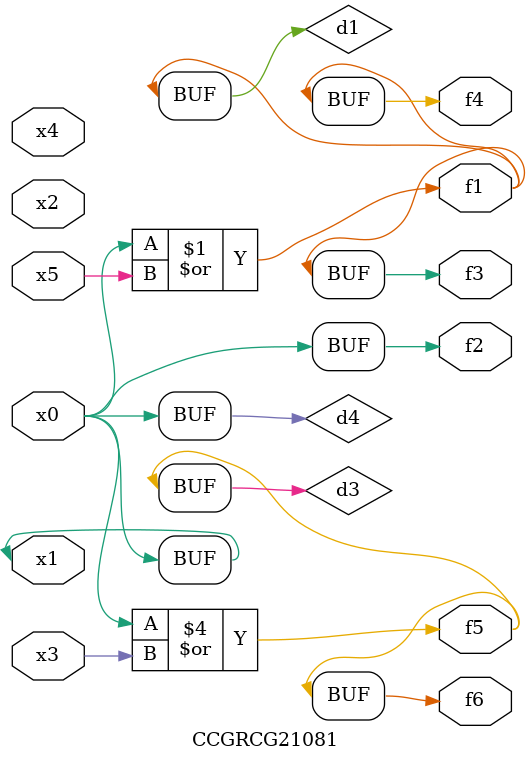
<source format=v>
module CCGRCG21081(
	input x0, x1, x2, x3, x4, x5,
	output f1, f2, f3, f4, f5, f6
);

	wire d1, d2, d3, d4;

	or (d1, x0, x5);
	xnor (d2, x1, x4);
	or (d3, x0, x3);
	buf (d4, x0, x1);
	assign f1 = d1;
	assign f2 = d4;
	assign f3 = d1;
	assign f4 = d1;
	assign f5 = d3;
	assign f6 = d3;
endmodule

</source>
